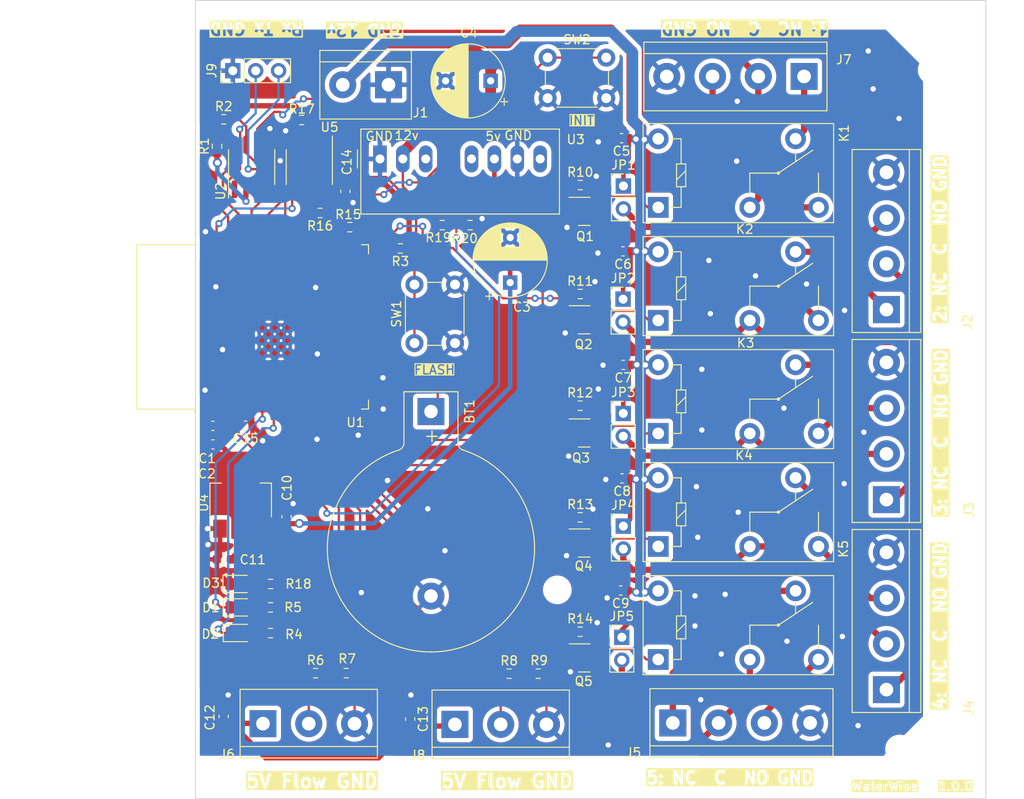
<source format=kicad_pcb>
(kicad_pcb (version 20221018) (generator pcbnew)
  (layers (0 "F.Cu" signal) (31 "B.Cu" signal) (34 "B.Paste" user) (35 "F.Paste" user) (36 "B.SilkS" user "B.Silkscreen") (37 "F.SilkS" user "F.Silkscreen") (38 "B.Mask" user) (39 "F.Mask" user) (44 "Edge.Cuts" user))
  (net 0 "")
  (net 1 "Net-(BT1-+)")
  (net 2 "GND")
  (net 3 "+3.3V")
  (net 4 "+5V")
  (net 5 "+12V")
  (net 6 "/LED1")
  (net 7 "Net-(D1-A)")
  (net 8 "/LED2")
  (net 9 "Net-(D2-A)")
  (net 10 "Net-(J2-Pin_1)")
  (net 11 "Net-(J2-Pin_2)")
  (net 12 "Net-(J2-Pin_3)")
  (net 13 "Net-(J3-Pin_1)")
  (net 14 "Net-(J3-Pin_2)")
  (net 15 "Net-(J3-Pin_3)")
  (net 16 "Net-(J4-Pin_1)")
  (net 17 "Net-(J4-Pin_2)")
  (net 18 "Net-(J4-Pin_3)")
  (net 19 "Net-(J5-Pin_1)")
  (net 20 "Net-(J5-Pin_2)")
  (net 21 "Net-(J5-Pin_3)")
  (net 22 "Net-(J6-Pin_2)")
  (net 23 "Net-(J7-Pin_1)")
  (net 24 "Net-(J7-Pin_2)")
  (net 25 "Net-(J7-Pin_3)")
  (net 26 "Net-(J8-Pin_2)")
  (net 27 "/RXD")
  (net 28 "/TXD")
  (net 29 "Net-(Q1-D)")
  (net 30 "Net-(Q2-D)")
  (net 31 "Net-(Q3-D)")
  (net 32 "Net-(Q4-D)")
  (net 33 "Net-(Q5-D)")
  (net 34 "/RELAY1")
  (net 35 "/RELAY2")
  (net 36 "/RELAY3")
  (net 37 "/RELAY4")
  (net 38 "/RELAY5")
  (net 39 "/SCL")
  (net 40 "/SDA")
  (net 41 "/BOOT0")
  (net 42 "/BATT_MONITOR")
  (net 53 "Net-(U5-~{HOLD}{slash}IO3)")
  (net 55 "Net-(U5-~{WP}{slash}IO2)")
  (net 62 "/SPI_CS")
  (net 63 "/SPI_SCK")
  (net 64 "/SPI_MISO")
  (net 65 "/SPI_MOSI")
  (net 66 "Net-(D3-A)")
  (net 67 "/FLOW1")
  (net 68 "/FLOW2")
  (net 69 "/BUTTON")
  (footprint "Resistor_SMD:R_0603_1608Metric" (layer "F.Cu") (at 147.75 47.75 180)
    (fp_text reference "R20")
    (fp_text value "3k9")
  )
  (footprint "Relay_THT:Relay_SPDT_Omron-G5Q-1" (layer "F.Cu") (at 168.625 58.33)
    (fp_text reference "K2")
    (fp_text value "G5Q-1-DC12")
  )
  (footprint "Connector_PinHeader_2.54mm:PinHeader_1x02_P2.54mm_Vertical" (layer "F.Cu") (at 164.72 55.975)
    (fp_text reference "JP2")
    (fp_text value "12V connect")
  )
  (footprint "Resistor_SMD:R_0603_1608Metric" (layer "F.Cu") (at 119.66 38.99 90)
    (fp_text reference "R1")
    (fp_text value "10k")
  )
  (footprint "LED_SMD:LED_0805_2012Metric" (layer "F.Cu") (at 122 87.6)
    (fp_text reference "D3")
    (fp_text value "LED")
  )
  (footprint "Capacitor_THT:CP_Radial_D8.0mm_P5.00mm" (layer "F.Cu") (at 150.022651 31.73 180)
    (fp_text reference "C4")
    (fp_text value "100uF 24V")
  )
  (footprint "Resistor_SMD:R_0603_1608Metric" (layer "F.Cu") (at 152.075 97.56)
    (fp_text reference "R8")
    (fp_text value "4k7")
  )
  (footprint "TerminalBlock:TerminalBlock_bornier-4_P5.08mm" (layer "F.Cu") (at 184.81 31.24 180)
    (fp_text reference "J7")
    (fp_text value "Screw_Terminal_01x04")
  )
  (footprint "Capacitor_SMD:C_0603_1608Metric" (layer "F.Cu") (at 164.55 38.1 180)
    (fp_text reference "C5")
    (fp_text value "10uF")
  )
  (footprint "Relay_THT:Relay_SPDT_Omron-G5Q-1" (layer "F.Cu") (at 168.625 70.88)
    (fp_text reference "K3")
    (fp_text value "G5Q-1-DC12")
  )
  (footprint "Resistor_SMD:R_0603_1608Metric" (layer "F.Cu") (at 125.6 90.2 180)
    (fp_text reference "R5")
    (fp_text value "1k")
  )
  (footprint "TerminalBlock:TerminalBlock_bornier-3_P5.08mm" (layer "F.Cu") (at 124.76 103.11)
    (fp_text reference "J6")
    (fp_text value "FLOW SENSOR")
  )
  (footprint "Relay_THT:Relay_SPDT_Omron-G5Q-1" (layer "F.Cu") (at 168.625 83.43)
    (fp_text reference "K4")
    (fp_text value "G5Q-1-DC12")
  )
  (footprint "TerminalBlock:TerminalBlock_bornier-4_P5.08mm" (layer "F.Cu") (at 193.95 78.23 90)
    (fp_text reference "J3")
    (fp_text value "Screw_Terminal_01x04")
  )
  (footprint "Capacitor_SMD:C_0603_1608Metric" (layer "F.Cu") (at 119.2 72.1)
    (fp_text reference "C2")
    (fp_text value "0.1uF")
  )
  (footprint "Capacitor_SMD:C_0603_1608Metric" (layer "F.Cu") (at 141.1 102.6 -90)
    (fp_text reference "C13")
    (fp_text value "10uF")
  )
  (footprint "Resistor_SMD:R_0603_1608Metric" (layer "F.Cu") (at 159.965 92.9)
    (fp_text reference "R14")
    (fp_text value "10k")
  )
  (footprint "Package_SO:SOIC-8_3.9x4.9mm_P1.27mm" (layer "F.Cu") (at 123.5 41.3 90)
    (fp_text reference "U2")
    (fp_text value "DS3231MZ")
  )
  (footprint "RF_Module:ESP32-WROOM-32D" (layer "F.Cu") (at 126.59 59.05 90)
    (fp_text reference "U1")
    (fp_text value "ESP32-WROOM-32D")
  )
  (footprint "Capacitor_SMD:C_0603_1608Metric" (layer "F.Cu") (at 164.71 50.66 180)
    (fp_text reference "C6")
    (fp_text value "10uF")
  )
  (footprint "Capacitor_SMD:C_0603_1608Metric" (layer "F.Cu") (at 119.2 70.04)
    (fp_text reference "C1")
    (fp_text value "10uF")
  )
  (footprint "Resistor_SMD:R_0603_1608Metric" (layer "F.Cu") (at 131.1 46.4 180)
    (fp_text reference "R16")
    (fp_text value "470")
  )
  (footprint "Capacitor_SMD:C_0603_1608Metric" (layer "F.Cu") (at 120.41 84.87 180)
    (fp_text reference "C11")
    (fp_text value "10uF")
  )
  (footprint "LED_SMD:LED_0805_2012Metric" (layer "F.Cu") (at 122.03 90.2)
    (fp_text reference "D1")
    (fp_text value "LED")
  )
  (footprint "Capacitor_SMD:C_0603_1608Metric" (layer "F.Cu") (at 164.46 88.32 180)
    (fp_text reference "C9")
    (fp_text value "10uF")
  )
  (footprint "Resistor_SMD:R_0603_1608Metric" (layer "F.Cu") (at 134 97.5 180)
    (fp_text reference "R7")
    (fp_text value "9k1")
  )
  (footprint "TerminalBlock:TerminalBlock_bornier-4_P5.08mm" (layer "F.Cu") (at 193.95 57.13 90)
    (fp_text reference "J2")
    (fp_text value "Screw_Terminal_01x04")
  )
  (footprint "Converter_DCDC:Converter_DCDC_TRACO_TMR-xxxx_THT" (layer "F.Cu") (at 137.74 40.4)
    (fp_text reference "U3")
    (fp_text value "TMR-1211")
  )
  (footprint "Button_Switch_THT:SW_PUSH_6mm_H4.3mm" (layer "F.Cu") (at 141.57 60.85 90)
    (fp_text reference "SW1")
    (fp_text value "Boot Switch")
  )
  (footprint "TerminalBlock:TerminalBlock_bornier-3_P5.08mm" (layer "F.Cu") (at 146.06 103.19)
    (fp_text reference "J8")
    (fp_text value "FLOW SENSOR")
  )
  (footprint "Package_TO_SOT_SMD:SOT-223-3_TabPin2" (layer "F.Cu") (at 122.29 78.3 90)
    (fp_text reference "U4")
    (fp_text value "LM1117MP-3.3")
  )
  (footprint "Relay_THT:Relay_SPDT_Omron-G5Q-1" (layer "F.Cu") (at 168.625 95.98)
    (fp_text reference "K5")
    (fp_text value "G5Q-1-DC12")
  )
  (footprint "Resistor_SMD:R_0603_1608Metric" (layer "F.Cu") (at 125.6 87.6 180)
    (fp_text reference "R18")
    (fp_text value "1k")
  )
  (footprint "Resistor_SMD:R_0603_1608Metric" (layer "F.Cu") (at 140.01 50.34 180)
    (fp_text reference "R3")
    (fp_text value "10k")
  )
  (footprint "Package_TO_SOT_SMD:SOT-23" (layer "F.Cu") (at 160.405 58.26)
    (fp_text reference "Q2")
    (fp_text value "IRLML6344TRPbF")
  )
  (footprint "Package_TO_SOT_SMD:SOT-23" (layer "F.Cu") (at 160.405 83.05)
    (fp_text reference "Q4")
    (fp_text value "IRLML6344TRPbF")
  )
  (footprint "Package_TO_SOT_SMD:SOT-23" (layer "F.Cu") (at 160.405 70.83)
    (fp_text reference "Q3")
    (fp_text value "IRLML6344TRPbF")
  )
  (footprint "Button_Switch_THT:SW_PUSH_6mm_H4.3mm" (layer "F.Cu") (at 156.35 29.15)
    (fp_text reference "SW2")
    (fp_text value "Button")
  )
  (footprint "Connector_PinHeader_2.54mm:PinHeader_1x02_P2.54mm_Vertical" (layer "F.Cu") (at 164.74 68.655)
    (fp_text reference "JP3")
    (fp_text value "12V connect")
  )
  (footprint "Capacitor_SMD:C_0603_1608Metric" (layer "F.Cu") (at 133.9 44 -90)
    (fp_text reference "C14")
    (fp_text value "0.1uF")
  )
  (footprint "MountingHole:MountingHole_2.7mm_M2.5" (layer "F.Cu") (at 199.025 30.525)
    (fp_text reference "REF**" hide)
    (fp_text value "MountingHole_2.7mm_M2.5")
  )
  (footprint "Capacitor_THT:CP_Radial_D8.0mm_P5.00mm" (layer "F.Cu") (at 152.19 54.132651 90)
    (fp_text reference "C3")
    (fp_text value "100uF")
  )
  (footprint "Capacitor_SMD:C_0603_1608Metric" (layer "F.Cu") (at 122.825 70.025 180)
    (fp_text reference "C15")
    (fp_text value "0.1uF")
  )
  (footprint "TerminalBlock:TerminalBlock_bornier-2_P5.08mm" (layer "F.Cu") (at 138.69 32.16 180)
    (fp_text reference "J1")
    (fp_text value "POWER IN 9-18V")
  )
  (footprint "MountingHole:MountingHole_2.7mm_M2.5" (layer "F.Cu") (at 157.425 88.25)
    (fp_text reference "REF**" hide)
    (fp_text value "MountingHole_2.7mm_M2.5")
  )
  (footprint "Package_SO:SOIC-8_3.9x4.9mm_P1.27mm" (layer "F.Cu") (at 129.9 41.3 -90)
    (fp_text reference "U5")
    (fp_text value "AT25SF081-SSHF-X")
  )
  (footprint "Capacitor_SMD:C_0603_1608Metric" (layer "F.Cu") (at 127.37 80.13 90)
    (fp_text reference "C10")
    (fp_text value "10uF")
  )
  (footprint "Resistor_SMD:R_0603_1608Metric" (layer "F.Cu") (at 125.6 93.055 180)
    (fp_text reference "R4")
    (fp_text value "1k")
  )
  (footprint "Resistor_SMD:R_0603_1608Metric" (layer "F.Cu") (at 144.65 47.75 180)
    (fp_text reference "R19")
    (fp_text value "15k")
  )
  (footprint "Resistor_SMD:R_0603_1608Metric" (layer "F.Cu") (at 120.4 36)
    (fp_text reference "R2")
    (fp_text value "10k")
  )
  (footprint "LED_SMD:LED_0805_2012Metric" (layer "F.Cu") (at 122.04 93.04)
    (fp_text reference "D2")
    (fp_text value "LED")
  )
  (footprint "Resistor_SMD:R_0603_1608Metric" (layer "F.Cu") (at 134.4 47.975 180)
    (fp_text reference "R15")
    (fp_text value "10k")
  )
  (footprint "TerminalBlock:TerminalBlock_bornier-4_P5.08mm" (layer "F.Cu") (at 170.24 103.03)
    (fp_text reference "J5")
    (fp_text value "Screw_Terminal_01x04")
  )
  (footprint "Resistor_SMD:R_0603_1608Metric" (layer "F.Cu") (at 129.05 36.075 180)
    (fp_text reference "R17")
    (fp_text value "470")
  )
  (footprint "Resistor_SMD:R_0603_1608Metric" (layer "F.Cu") (at 130.6 97.5)
    (fp_text reference "R6")
    (fp_text value "4k7")
  )
  (footprint "Connector_PinHeader_2.54mm:PinHeader_1x02_P2.54mm_Vertical" (layer "F.Cu") (at 164.75 81.175)
    (fp_text reference "JP4")
    (fp_text value "12V connect")
  )
  (footprint "Battery:BatteryHolder_Keystone_103_1x20mm" (layer "F.Cu") (at 143.400001 68.45 -90)
    (fp_text reference "BT1")
    (fp_text value "Battery_Cell")
  )
  (footprint "Capacitor_SMD:C_0603_1608Metric" (layer "F.Cu") (at 164.61 75.87 180)
    (fp_text reference "C8")
    (fp_text value "10uF")
  )
  (footprint "Package_TO_SOT_SMD:SOT-23" (layer "F.Cu") (at 160.405 95.81)
    (fp_text reference "Q5")
    (fp_text value "IRLML6344TRPbF")
  )
  (footprint "Connector_PinHeader_2.54mm:PinHeader_1x03_P2.54mm_Vertical" (layer "F.Cu") (at 121.41 30.6 90)
    (fp_text reference "J9")
    (fp_text value "UART")
  )
  (footprint "Resistor_SMD:R_0603_1608Metric" (layer "F.Cu") (at 159.965 67.8)
    (fp_text reference "R12")
    (fp_text value "10k")
  )
  (footprint "Resistor_SMD:R_0603_1608Metric" (layer "F.Cu") (at 159.965 43.3)
    (fp_text reference "R10")
    (fp_text value "10k")
  )
  (footprint "Resistor_SMD:R_0603_1608Metric" (layer "F.Cu") (at 159.965 55.4)
    (fp_text reference "R11")
    (fp_text value "10k")
  )
  (footprint "Resistor_SMD:R_0603_1608Metric" (layer "F.Cu") (at 159.965 80.2)
    (fp_text reference "R13")
    (fp_text value "10k")
  )
  (footprint "Capacitor_SMD:C_0603_1608Metric" (layer "F.Cu") (at 164.74 63.27 180)
    (fp_text reference "C7")
    (fp_text value "10uF")
  )
  (footprint "Connector_PinHeader_2.54mm:PinHeader_1x02_P2.54mm_Vertical" (layer "F.Cu") (at 164.58 93.515)
    (fp_text reference "JP5")
    (fp_text value "12V connect")
  )
  (footprint "Package_TO_SOT_SMD:SOT-23" (layer "F.Cu") (at 160.405 46.22)
    (fp_text reference "Q1")
    (fp_text value "IRLML6344TRPbF")
  )
  (footprint "TerminalBlock:TerminalBlock_bornier-4_P5.08mm" (layer "F.Cu") (at 193.95 99.33 90)
    (fp_text reference "J4")
    (fp_text value "Screw_Terminal_01x04")
  )
  (footprint "Resistor_SMD:R_0603_1608Metric" (layer "F.Cu") (at 155.3 97.56 180)
    (fp_text reference "R9")
    (fp_text value "9k1")
  )
  (footprint "MountingHole:MountingHole_2.7mm_M2.5" (layer "F.Cu") (at 195.4 105.925)
    (fp_text reference "REF**" hide)
    (fp_text value "MountingHole_2.7mm_M2.5")
  )
  (footprint "Capacitor_SMD:C_0603_1608Metric" (layer "F.Cu") (at 120.4 102.3 -90)
    (fp_text reference "C12")
    (fp_text value "10uF")
  )
  (footprint "Relay_THT:Relay_SPDT_Omron-G5Q-1" (layer "F.Cu") (at 168.625 45.78)
    (fp_text reference "K1")
    (fp_text value "G5Q-1-DC12")
  )
  (footprint "Connector_PinHeader_2.54mm:PinHeader_1x02_P2.54mm_Vertical" (layer "F.Cu") (at 164.76 43.4)
    (fp_text reference "JP1")
    (fp_text value "12V connect")
  )
  (gr_rect (start 117.27 22.8) (end 204.975 111.45) (stroke (width 0.1)) (fill none) (layer "Edge.Cuts"))
  (gr_text "GND\n" (at 151.45 38.375) (layer "F.SilkS") (effects (font (size 1 1)) (justify left bottom)))
  (gr_text "Rx Tx GND\n" (at 129.4 25.15 180) (layer "F.SilkS" knockout) (effects (font (size 1.3 1.3) (thickness 0.3) bold) (justify left bottom)))
  (gr_text "FLASH" (at 141.425 64.4) (layer "F.SilkS" knockout) (effects (font (size 1 1)) (justify left bottom)))
  (gr_text "5V Flow GND" (at 122.725 110.375) (layer "F.SilkS" knockout) (effects (font (size 1.5 1.5) (thickness 0.3) bold) (justify left bottom)))
  (gr_text "INIT" (at 158.625 36.725) (layer "F.SilkS" knockout) (effects (font (size 1 1)) (justify left bottom)))
  (gr_text "1.0.0" (at 199.6 110.66) (layer "F.SilkS" knockout) (effects (font (size 1 1)) (justify left bottom)))
  (gr_text "5: NC  C  NO GND" (at 167.15 109.94) (layer "F.SilkS" knockout) (effects (font (size 1.4 1.3) (thickness 0.3) bold) (justify left bottom)))
  (gr_text "GND 12v" (at 140.475 25.275 180) (layer "F.SilkS" knockout) (effects (font (size 1.3 1.3) (thickness 0.3) bold) (justify left bottom)))
  (gr_text "1: NC  C  NO GND" (at 187.63 25.03 180) (layer "F.SilkS" knockout) (effects (font (size 1.4 1.3) (thickness 0.3) bold) (justify left bottom)))
  (gr_text "3: NC  C  NO GND" (at 200.84 80.2 90) (layer "F.SilkS" knockout) (effects (font (size 1.4 1.3) (thickness 0.3) bold) (justify left bottom)))
  (gr_text "GND" (at 136.05 38.475) (layer "F.SilkS") (effects (font (size 1 1)) (justify left bottom)))
  (gr_text "12v" (at 139.275 38.375) (layer "F.SilkS") (effects (font (size 1 1)) (justify left bottom)))
  (gr_text "4: NC  C  NO GND" (at 200.73 101.69 90) (layer "F.SilkS" knockout) (effects (font (size 1.4 1.3) (thickness 0.3) bold) (justify left bottom)))
  (gr_text "2: NC  C  NO GND" (at 200.73 58.7 90) (layer "F.SilkS" knockout) (effects (font (size 1.4 1.3) (thickness 0.3) bold) (justify left bottom)))
  (gr_text "5v" (at 149.35 38.475) (layer "F.SilkS") (effects (font (size 1 1)) (justify left bottom)))
  (gr_text "WaterWise" (at 190.02 110.66) (layer "F.SilkS" knockout) (effects (font (size 1 1)) (justify left bottom)))
  (gr_text "5V Flow GND" (at 144.35 110.375) (layer "F.SilkS" knockout) (effects (font (size 1.5 1.5) (thickness 0.3) bold) (justify left bottom)))
  (segment (start 134.975 41.6) (end 135.7 42.325) (width 0.25) (layer "F.Cu") (net 1))
  (segment (start 126.65 35.175) (end 126.95 35.475) (width 0.25) (layer "F.Cu") (net 1))
  (segment (start 135.7 42.4) (end 138.408884 42.4) (width 0.25) (layer "F.Cu") (net 1))
  (segment (start 144.15 67.700001) (end 143.400001 68.45) (width 0.25) (layer "F.Cu") (net 1))
  (segment (start 144.15 51.941117) (end 144.15 67.700001) (width 0.25) (layer "F.Cu") (net 1))
  (segment (start 130.8 33.725) (end 134.975 37.9) (width 0.25) (layer "F.Cu") (net 1))
  (segment (start 126 35.175) (end 126.65 35.175) (width 0.25) (layer "F.Cu") (net 1))
  (segment (start 138.408884 42.4) (end 141.75 45.741116) (width 0.25) (layer "F.Cu") (net 1))
  (segment (start 141.75 45.741116) (end 141.75 49.541117) (width 0.25) (layer "F.Cu") (net 1))
  (segment (start 135.7 42.325) (end 135.7 42.4) (width 0.25) (layer "F.Cu") (net 1))
  (segment (start 126.95 35.475) (end 126.95 35.5) (width 0.25) (layer "F.Cu") (net 1))
  (segment (start 141.75 49.541117) (end 144.15 51.941117) (width 0.25) (layer "F.Cu") (net 1))
  (segment (start 129.25 33.725) (end 130.8 33.725) (width 0.25) (layer "F.Cu") (net 1))
  (segment (start 124.135 37.04) (end 126 35.175) (width 0.25) (layer "F.Cu") (net 1))
  (segment (start 124.135 38.825) (end 124.135 37.04) (width 0.25) (layer "F.Cu") (net 1))
  (segment (start 134.975 37.9) (end 134.975 41.6) (width 0.25) (layer "F.Cu") (net 1))
  (via (at 126.95 35.5) (size 0.8) (drill 0.4) (layers "F.Cu" "B.Cu") (net 1))
  (via (at 129.25 33.725) (size 0.8) (drill 0.4) (layers "F.Cu" "B.Cu") (net 1))
  (segment (start 128.875 34.025) (end 129.175 33.725) (width 0.25) (layer "B.Cu") (net 1))
  (segment (start 128.425 34.025) (end 128.875 34.025) (width 0.25) (layer "B.Cu") (net 1))
  (segment (start 126.95 35.5) (end 128.425 34.025) (width 0.25) (layer "B.Cu") (net 1))
  (segment (start 129.175 33.725) (end 129.25 33.725) (width 0.25) (layer "B.Cu") (net 1))
  (segment (start 125.405 37.078148) (end 125.471852 37.078148) (width 0.6) (layer "F.Cu") (net 2))
  (segment (start 163.775 38.1) (end 162.375 38.1) (width 0.5) (layer "F.Cu") (net 2))
  (segment (start 162.95 89.055) (end 162.95 89.15) (width 0.5) (layer "F.Cu") (net 2))
  (segment (start 162.375 38.1) (end 161.975 38.5) (width 0.5) (layer "F.Cu") (net 2))
  (segment (start 156.22 97.655) (end 156.22 103.19) (width 0.25) (layer "F.Cu") (net 2))
  (segment (start 163.685 88.32) (end 162.95 89.055) (width 0.5) (layer "F.Cu") (net 2))
  (segment (start 163.935 50.66) (end 162.115 50.66) (width 0.5) (layer "F.Cu") (net 2))
  (segment (start 123.35 69.375) (end 123.42 69.305) (width 0.5) (layer "F.Cu") (net 2))
  (segment (start 160.79 67.135) (end 161.975 65.95) (width 0.5) (layer "F.Cu") (net 2))
  (segment (start 118.34 67.8) (end 118.34 66.09) (width 0.5) (layer "F.Cu") (net 2))
  (segment (start 159.4675 71.78) (end 159.4675 72.6075) (width 0.5) (layer "F.Cu") (net 2))
  (segment (start 163.965 63.27) (end 162.53 63.27) (width 0.5) (layer "F.Cu") (net 2))
  (segment (start 160.79 54.835) (end 161.6 54.025) (width 0.5) (layer "F.Cu") (net 2))
  (segment (start 123.42 69.305) (end 123.42 67.8) (width 0.5) (layer "F.Cu") (net 2))
  (segment (start 127.37 79.355) (end 128.05 78.675) (width 0.5) (layer "F.Cu") (net 2))
  (segment (start 159.4675 72.6075) (end 158.675 73.4) (width 0.5) (layer "F.Cu") (net 2))
  (segment (start 160.79 55.4) (end 160.79 54.835) (width 0.5) (layer "F.Cu") (net 2))
  (segment (start 160.79 43.285) (end 161.75 42.325) (width 0.5) (layer "F.Cu") (net 2))
  (segment (start 160.79 67.8) (end 160.79 67.135) (width 0.5) (layer "F.Cu") (net 2))
  (segment (start 163.835 75.87) (end 162.93 75.87) (width 0.5) (layer "F.Cu") (net 2))
  (segment (start 141.1 101.825) (end 141.1 100) (width 1.2) (layer "F.Cu") (net 2))
  (segment (start 120.4 101.525) (end 120.4 100.425) (width 1.2) (layer "F.Cu") (net 2))
  (segment (start 119.99 81.45) (end 119.99 83.2) (width 0.5) (layer "F.Cu") (net 2))
  (segment (start 162.115 50.66) (end 161.925 50.85) (width 0.5) (layer "F.Cu") (net 2))
  (segment (start 159.4675 96.76) (end 159.465 96.76) (width 0.5) (layer "F.Cu") (net 2))
  (segment (start 118.34 50.3) (end 118.34 48.51) (width 0.5) (layer "F.Cu") (net 2))
  (segment (start 141.1 100) (end 141.175 99.925) (width 1.2) (layer "F.Cu") (net 2))
  (segment (start 125.471852 37.078148) (end 125.525 37.025) (width 0.6) (layer "F.Cu") (net 2))
  (segment (start 160.79 43.3) (end 160.79 43.285) (width 0.5) (layer "F.Cu") (net 2))
  (segment (start 119.99 83.2) (end 119.99 84.515) (width 0.5) (layer "F.Cu") (net 2))
  (segment (start 125.405 38.825) (end 125.405 37.078148) (width 0.6) (layer "F.Cu") (net 2))
  (segment (start 119.635 84.87) (end 119.635 86.1725) (width 0.5) (layer "F.Cu") (net 2))
  (segment (start 119.99 81.45) (end 118.6 81.45) (width 0.5) (layer "F.Cu") (net 2))
  (segment (start 134.825 97.5) (end 134.92 97.595) (width 0.25) (layer "F.Cu") (net 2))
  (segment (start 118.34 48.51) (end 118.375 48.475) (width 0.5) (layer "F.Cu") (net 2))
  (segment (start 158.9 84) (end 158.45 84.45) (width 0.5) (layer "F.Cu") (net 2))
  (segment (start 124.725 71.15) (end 124.725 71.7) (width 0.5) (layer "F.Cu") (net 2))
  (segment (start 158.815 59.21) (end 158.3 59.725) (width 0.5) (layer "F.Cu") (net 2))
  (segment (start 160.79 92.9) (end 160.85 92.9) (width 0.5) (layer "F.Cu") (net 2))
  (segment (start 119.635 86.1725) (end 121.0625 87.6) (width 0.5) (layer "F.Cu") (net 2))
  (segment (start 123.6 70.025) (end 123.35 69.775) (width 0.5) (layer "F.Cu") (net 2))
  (segment (start 138.015 64.76) (end 138.075 64.7) (width 0.5) (layer "F.Cu") (net 2))
  (segment (start 133.9 44.775) (end 134.375 45.25) (width 0.5) (layer "F.Cu") (net 2))
  (segment (start 124.7 71.125) (end 124.75 71.125) (width 0.5) (layer "F.Cu") (net 2))
  (segment (start 159.4675 47.17) (end 159.33 47.17) (width 0.5) (layer "F.Cu") (net 2))
  (segment (start 160.79 80.2) (end 160.79 79.86) (width 0.5) (layer "F.Cu") (net 2))
  (segment (start 124.75 71.125) (end 124.725 71.15) (width 0.5) (layer "F.Cu") (net 2))
  (segment (start 160.79 79.86) (end 161.375 79.275) (width 0.5) (layer "F.Cu") (net 2))
  (segment (start 119.99 84.515) (end 119.635 84.87) (width 0.5) (layer "F.Cu") (net 2))
  (segment (start 134.92 97.595) (end 134.92 103.11) (width 0.25) (layer "F.Cu") (net 2))
  (segment (start 120.4 100.425) (end 120.9 99.925) (width 1.2) (layer "F.Cu") (net 2))
  (segment (start 127.995 38.825) (end 127.995 37.995) (width 0.5) (layer "F.Cu") (net 2))
  (segment (start 123.35 69.775) (end 123.35 69.375) (width 0.5) (layer "F.Cu") (net 2))
  (segment (start 156.125 97.56) (end 156.22 97.655) (width 0.25) (layer "F.Cu") (net 2))
  (segment (start 118.34 66.09) (end 118.325 66.075) (width 0.5) (layer "F.Cu") (net 2))
  (segment (start 136.1 64.76) (end 138.015 64.76) (width 0.5) (layer "F.Cu") (net 2))
  (segment (start 118.675 83.2) (end 118.65 83.225) (width 0.5) (layer "F.Cu") (net 2))
  (segment (start 159.33 47.17) (end 158.5 48) (width 0.5) (layer "F.Cu") (net 2))
  (segment (start 148.575 47.75) (end 148.575 47.525) (width 0.25) (layer "F.Cu") (net 2))
  (segment (start 118.34 67.8) (end 118.34 72.015) (width 0.5) (layer "F.Cu") (net 2))
  (segment (start 134.375 45.25) (end 134.75 45.25) (width 0.5) (layer "F.Cu") (net 2))
  (segment (start 128.05 78.675) (end 128.1 78.675) (width 0.5) (layer "F.Cu") (net 2))
  (segment (start 162.93 75.87) (end 162.8 76) (width 0.5) (layer "F.Cu") (net 2))
  (segment (start 162.53 63.27) (end 162.5 63.3) (width 0.5) (layer "F.Cu") (net 2))
  (segment (start 159.4675 84) (end 158.9 84) (width 0.5) (layer "F.Cu") (net 2))
  (segment (start 118.34 72.015) (end 118.425 72.1) (width 0.5) (layer "F.Cu") (net 2))
  (segment (start 159.4675 59.21) (end 158.815 59.21) (width 0.5) (layer "F.Cu") (net 2))
  (segment (start 160.85 92.9) (end 161.85 91.9) (width 0.5) (layer "F.Cu") (net 2))
  (segment (start 123.6 70.025) (end 124.7 71.125) (width 0.5) (layer "F.Cu") (net 2))
  (segment (start 148.575 47.525) (end 149.075 47.025) (width 0.25) (layer "F.Cu") (net 2))
  (segment (start 119.99 83.2) (end 118.675 83.2) (width 0.5) (layer "F.Cu") (net 2))
  (segment (start 127.995 37.995) (end 127.275 37.275) (width 0.5) (layer "F.Cu") (net 2))
  (segment (start 159.465 96.76) (end 158.875 97.35) (width 0.5) (layer "F.Cu") (net 2))
  (via (at 130.6 54.675) (size 1) (drill 0.6) (layers "F.Cu" "B.Cu") (net 2))
  (via (at 173.46 63.76) (size 1) (drill 0.6) (layers "F.Cu" "B.Cu") (net 2))
  (via (at 172.7 88.91) (size 1) (drill 0.6) (layers "F.Cu" "B.Cu") (net 2))
  (via (at 158.45 84.45) (size 1) (drill 0.6) (layers "F.Cu" "B.Cu") (net 2))
  (via (at 163.075 105.475) (size 1) (drill 0.6) (layers "F.Cu" "B.Cu") (net 2))
  (via (at 177.5 79.63) (size 1) (drill 0.6) (layers "F.Cu" "B.Cu") (net 2))
  (via (at 177.39 33.99) (size 1) (drill 0.6) (layers "F.Cu" "B.Cu") (net 2))
  (via (at 158.875 97.35) (size 1) (drill 0.6) (layers "F.Cu" "B.Cu") (net 2))
  (via (at 182.57 68.07) (size 1) (drill 0.6) (layers "F.Cu" "B.Cu") (net 2))
  (via (at 158.675 73.4) (size 1) (drill 0.6) (layers "F.Cu" "B.Cu") (net 2))
  (via (at 130.8 62.05) (size 1) (drill 0.6) (layers "F.Cu" "B.Cu") (net 2))
  (via (at 189.06 93.43) (size 1) (drill 0.6) (layers "F.Cu" "B.Cu") (net 2))
  (via (at 161.975 38.5) (size 1) (drill 0.6) (layers "F.Cu" "B.Cu") (net 2))
  (via (at 173.46 70.5) (size 1) (drill 0.6) (layers "F.Cu" "B.Cu") (net 2))
  (via (at 177.33 40.64) (size 1) (drill 0.6) (layers "F.Cu" "B.Cu") (net 2))
  (via (at 161.6 54.025) (size 1) (drill 0.6) (layers "F.Cu" "B.Cu") (net 2))
  (via (at 138.075 64.7) (size 1) (drill 0.6) (layers "F.Cu" "B.Cu") (net 2))
  (via (at 173.34 100.45) (size 1) (drill 0.6) (layers "F.Cu" "B.Cu") (net 2))
  (via (at 125.525 37.025) (size 1) (drill 0.6) (layers "F.Cu" "B.Cu") (net 2))
  (via (at 191.93 28.41) (size 1) (drill 0.6) (layers "F.Cu" "B.Cu") (net 2))
  (via (at 191.44 70.74) (size 1) (drill 0.6) (layers "F.Cu" "B.Cu") (net 2))
  (via (at 174.24 51.67) (size 1) (drill 0.6) (layers "F.Cu" "B.Cu") (net 2))
  (via (at 124.725 71.7) (size 1) (drill 0.6) (layers "F.Cu" "B.Cu") (net 2))
  (via (at 127.275 37.275) (size 1) (drill 0.6) (layers "F.Cu" "B.Cu") (net 2))
  (via (at 138.1 68.175) (size 1) (drill 0.6) (layers "F.Cu" "B.Cu") (net 2))
  (via (at 182.91 93.95) (size 1) (drill 0.6) (layers "F.Cu" "B.Cu") (net 2))
  (via (at 158.3 59.725) (size 1) (drill 0.6) (layers "F.Cu" "B.Cu") (net 2))
  (via (at 135.675 88.55) (size 1) (drill 0.6) (layers "F.Cu" "B.Cu") (net 2))
  (via (at 172.86 76.79) (size 1) (drill 0.6) (layers "F.Cu" "B.Cu") (net 2))
  (via (at 179.42 53.38) (size 1) (drill 0.6) (layers "F.Cu" "B.Cu") (net 2))
  (via (at 126.675 40.6) (size 1) (drill 0.6) (layers "F.Cu" "B.Cu") (net 2))
  (via (at 173.01 82.41) (size 1) (drill 0.6) (layers "F.Cu" "B.Cu") (net 2))
  (via (at 195.35 35.91) (size 1) (drill 0.6) (layers "F.Cu" "B.Cu") (net 2))
  (via (at 120.9 99.925) (size 1) (drill 0.6) (layers "F.Cu" "B.Cu") (net 2))
  (via (at 162.95 89.15) (size 1) (drill 0.6) (layers "F.Cu" "B.Cu") (net 2))
  (via (at 185.08 54.29) (size 1) (drill 0.6) (layers "F.Cu" "B.Cu") (net 2))
  (via (at 175.62 95.38) (size 1) (drill 0.6) (layers "F.Cu" "B.Cu") (net 2))
  (via (at 161.925 50.85) (size 1) (drill 0.6) (layers "F.Cu" "B.Cu") (net 2))
  (via (at 172.7 92.26) (size 1) (drill 0.6) (layers "F.Cu" "B.Cu") (net 2))
  (via (at 162.8 76) (size 1) (drill 0.6) (layers "F.Cu" "B.Cu") (net 2))
  (via (at 143.05 79.25) (size 1) (drill 0.6) (layers "F.Cu" "B.Cu") (net 2))
  (via (at 118.375 48.475) (size 1) (drill 0.6) (layers "F.Cu" "B.Cu") (net 2))
  (via (at 120.275 61.575) (size 1) (drill 0.6) (layers "F.Cu" "B.Cu") (net 2))
  (via (at 161.75 42.325) (size 1) (drill 0.6) (layers "F.Cu" "B.Cu") (net 2))
  (via (at 130.75 71.525) (size 1) (drill 0.6) (layers "F.Cu" "B.Cu") (net 2))
  (via (at 192.475 32.625) (size 1) (drill 0.6) (layers "F.Cu" "B.Cu") (net 2))
  (via (at 141.175 99.925) (size 1) (drill 0.6) (layers "F.Cu" "B.Cu") (net 2))
  (via (at 144.95 83.9) (size 1) (drill 0.6) (layers "F.Cu" "B.Cu") (net 2))
  (via (at 161.375 79.275) (size 1) (drill 0.6) (layers "F.Cu" "B.Cu") (net 2))
  (via (at 158.5 48) (size 1) (drill 0.6) (layers "F.Cu" "B.Cu") (net 2))
  (via (at 189.3 57.22) (size 1) (drill 0.6) (layers "F.Cu" "B.Cu") (net 2))
  (via (at 174.41 57.58) (size 1) (drill 0.6) (layers "F.Cu" "B.Cu") (net 2))
  (via (at 118.65 83.225) (size 1) (drill 0.6) (layers "F.Cu" "B.Cu") (net 2))
  (via (at 134.75 45.25) (size 1) (drill 0.6) (layers "F.Cu" "B.Cu") (net 2))
  (via (at 138.575 76.1) (size 1) (drill 0.6) (layers "F.Cu" "B.Cu") (net 2))
  (via (at 128.1 78.675) (size 1) (drill 0.6) (layers "F.Cu" "B.Cu") (net 2))
  (via (at 119.525 54.6) (size 1) (drill 0.6) (layers "F.Cu" "B.Cu") (net 2))
  (via (at 162.5 63.3) (size 1) (drill 0.6) (layers "F.Cu" "B.Cu") (net 2))
  (via (at 190.8 103.325) (size 1) (drill 0.6) (layers "F.Cu" "B.Cu") (net 2))
  (via (at 118.325 66.075) (size 1) (drill 0.6) (layers "F.Cu" "B.Cu") (net 2))
  (via (at 149.075 47.025) (size 1) (drill 0.6) (layers "F.Cu" "B.Cu") (net 2))
  (via (at 161.85 91.9) (size 1) (drill 0.6) (layers "F.Cu" "B.Cu") (net 2))
  (via (at 161.975 65.95) (size 1) (drill 0.6) (layers "F.Cu" "B.Cu") (net 2))
  (via (at 135.325 71.075) (size 1) (drill 0.6) (layers "F.Cu" "B.Cu") (net 2))
  (via (at 176.05 88.75) (size 1) (drill 0.6) (layers "F.Cu" "B.Cu") (net 2))
  (via (at 189.26 76.46) (size 1) (drill 0.6) (layers "F.Cu" "B.Cu") (net 2))
  (via (at 118.6 81.45) (size 1) (drill 0.6) (layers "F.Cu" "B.Cu") (net 2))
  (segment (start 129.875 36.075) (end 130.075 36.075) (width 0.25) (layer "F.Cu") (net 3))
  (segment (start 130.525 36.725) (end 132.6 36.725) (width 0.6) (layer "F.Cu") (net 3))
  (segment (start 122.29 81.45) (end 122.29 83.765) (width 0.6) (layer "F.Cu") (net 3))
  (segment (start 126.425 87.6) (end 126.425 90.2) (width 0.6) (layer "F.Cu") (net 3))
  (segment (start 119.66 39.815) (end 119.66 40.785) (width 0.6) (layer "F.Cu") (net 3))
  (segment (start 135.225 47.975) (end 136.625 47.975) (width 0.5) (layer "F.Cu") (net 3))
  (segment (start 129.1125 35.3125) (end 130.525 36.725) (width 0.6) (layer "F.Cu") (net 3))
  (segment (start 119.66 39.815) (end 118.765 39.815) (width 0.6) (layer "F.Cu") (net 3))
  (segment (start 126.425 90.2) (end 126.425 93.055) (width 0.6) (layer "F.Cu") (net 3))
  (segment (start 120.26 70.04) (end 120.88 69.42) (width 0.6) (layer "F.Cu") (net 3))
  (segment (start 133.9 43.225) (end 132.7 43.225) (width 0.6) (layer "F.Cu") (net 3))
  (segment (start 119.975 70.04) (end 120.26 70.04) (width 0.6) (layer "F.Cu") (net 3))
  (segment (start 139.8625 44.7375) (end 140.975 45.85) (width 0.6) (layer "F.Cu") (net 3))
  (segment (start 118.175 39.225) (end 118.175 37.4) (width 0.6) (layer "F.Cu") (net 3))
  (segment (start 122.29 75.15) (end 122.29 74.415) (width 0.6) (layer "F.Cu") (net 3))
  (segment (start 120.88 66.45) (end 121.18 66.15) (width 0.6) (layer "F.Cu") (net 3))
  (segment (start 118.175 37.4) (end 119.575 36) (width 0.6) (layer "F.Cu") (net 3))
  (segment (start 119.66 40.785) (end 119.7 40.825) (width 0.6) (layer "F.Cu") (net 3))
  (segment (start 139.7 66.15) (end 143.3 62.55) (width 0.6) (layer "F.Cu") (net 3))
  (segment (start 118.765 39.815) (end 118.175 39.225) (width 0.6) (layer "F.Cu") (net 3))
  (segment (start 122.29 83.765) (end 122.29 83.89) (width 0.6) (layer "F.Cu") (net 3))
  (segment (start 140.975 50.2) (end 140.835 50.34) (width 0.6) (layer "F.Cu") (net 3))
  (segment (start 131.925 46.4) (end 131.925 43.895) (width 0.25) (layer "F.Cu") (net 3))
  (segment (start 122.29 75.15) (end 122.29 81.45) (width 0.6) (layer "F.Cu") (net 3))
  (segment (start 143.3 51.975) (end 141.665 50.34) (width 0.6) (layer "F.Cu") (net 3))
  (segment (start 122.29 83.89) (end 123.59 83.89) (width 0.6) (layer "F.Cu") (net 3))
  (segment (start 143.3 62.55) (end 143.3 51.975) (width 0.6) (layer "F.Cu") (net 3))
  (segment (start 122.29 74.415) (end 119.975 72.1) (width 0.6) (layer "F.Cu") (net 3))
  (segment (start 138.35 43.225) (end 139.8625 44.7375) (width 0.6) (layer "F.Cu") (net 3))
  (segment (start 120.88 69.42) (end 120.88 67.8) (width 0.6) (layer "F.Cu") (net 3))
  (segment (start 123.59 83.89) (end 126.425 86.725) (width 0.6) (layer "F.Cu") (net 3))
  (segment (start 140.975 45.85) (end 140.975 50.2) (width 0.6) (layer "F.Cu") (net 3))
  (segment (start 136.625 47.975) (end 139.8625 44.7375) (width 0.5) (layer "F.Cu") (net 3))
  (segment (start 121.075 34.5) (end 128.3 34.5) (width 0.6) (layer "F.Cu") (net 3))
  (segment (start 133.9 43.225) (end 138.35 43.225) (width 0.6) (layer "F.Cu") (net 3))
  (segment (start 119.975 70.04) (end 119.6 69.665) (width 0.6) (layer "F.Cu") (net 3))
  (segment (start 119.975 72.1) (end 119.975 70.04) (width 0.6) (layer "F.Cu") (net 3))
  (segment (start 141.665 50.34) (end 140.835 50.34) (width 0.6) (layer "F.Cu") (net 3))
  (segment (start 119.6 69.665) (end 119.6 69.4) (width 0.6) (layer "F.Cu") (net 3))
  (segment (start 122.865 43.775) (end 122.865 44.91) (width 0.5) (layer "F.Cu") (net 3))
  (segment (start 131.925 43.895) (end 131.805 43.775) (width 0.25) (layer "F.Cu") (net 3))
  (segment (start 132.7 43.225) (end 131.925 44) (width 0.6) (layer "F.Cu") (net 3))
  (segment (start 132.6 36.725) (end 133.9 38.025) (width 0.6) (layer "F.Cu") (net 3))
  (segment (start 122.865 44.91) (end 122.85 44.925) (width 0.5) (layer "F.Cu") (net 3))
  (segment (start 119.6 69.4) (end 119.61 69.39) (width 0.6) (layer "F.Cu") (net 3))
  (segment (start 131.925 44) (end 131.925 46.4) (width 0.6) (layer "F.Cu") (net 3))
  (segment (start 128.3 34.5) (end 129.1125 35.3125) (width 0.6) (layer "F.Cu") (net 3))
  (segment (start 122.29 83.765) (end 121.185 84.87) (width 0.6) (layer "F.Cu") (net 3))
  (segment (start 133.9 38.025) (end 133.9 43.225) (width 0.6) (layer "F.Cu") (net 3))
  (segment (start 120.88 67.8) (end 120.88 66.45) (width 0.6) (layer "F.Cu") (net 3))
  (segment (start 126.425 86.725) (end 126.425 87.6) (width 0.6) (layer "F.Cu") (net 3))
  (segment (start 129.1125 35.3125) (end 129.875 36.075) (width 0.6) (layer "F.Cu") (net 3))
  (segment (start 119.61 69.39) (end 119.61 67.8) (width 0.6) (layer "F.Cu") (net 3))
  (segment (start 119.575 36) (end 121.075 34.5) (width 0.6) (layer "F.Cu") (net 3))
  (segment (start 121.18 66.15) (end 139.7 66.15) (width 0.6) (layer "F.Cu") (net 3))
  (via (at 119.7 40.825) (size 1) (drill 0.6) (layers "F.Cu" "B.Cu") (net 3))
  (via (at 122.875 45.1) (size 0.8) (drill 0.4) (layers "F.Cu" "B.Cu") (net 3))
  (segment (start 122.875 45.1) (end 119.7 41.925) (width 0.5) (layer "B.Cu") (net 3))
  (segment (start 119.7 41.925) (end 119.7 40.825) (width 0.5) (layer "B.Cu") (net 3))
  (segment (start 150.44 43.035) (end 150.1 43.375) (width 0.5) (layer "F.Cu") (net 4))
  (segment (start 128.3 94.9) (end 126.1 97.1) (width 0.6) (layer "F.Cu") (net 4))
  (segment (start 124.59 82.39) (end 128.3 86.1) (width 0.6) (layer "F.Cu") (net 4))
  (segment (start 137.575 106.9) (end 125.05 106.9) (width 0.6) (layer "F.Cu") (net 4))
  (segment (start 152.19 52.315) (end 152.19 54.132651) (width 0.5) (layer "F.Cu") (net 4))
  (segment (start 121.2 97.1) (end 118.7 99.6) (width 0.6) (layer "F.Cu") (net 4))
  (segment (start 124.59 81.45) (end 126.825 81.45) (width 0.6) (layer "F.Cu") (net 4))
  (segment (start 128.77 80.905) (end 128.8 80.875) (width 0.6) (layer "F.Cu") (net 4))
  (segment (start 121.225 103.075) (end 120.4 103.075) (width 0.6) (layer "F.Cu") (net 4))
  (segment (start 150.1 50.225) (end 152.19 52.315) (width 0.5) (layer "F.Cu") (net 4))
  (segment (start 126.825 81.45) (end 127.37 80.905) (width 0.6) (layer "F.Cu") (net 4))
  (segment (start 127.37 80.905) (end 128.77 80.905) (width 0.6) (layer "F.Cu") (net 4))
  (segment (start 125.05 106.9) (end 121.225 103.075) (width 0.6) (layer "F.Cu") (net 4))
  (segment (start 118.7 99.6) (end 118.7 102) (width 0.6) (layer "F.Cu") (net 4))
  (segment (start 120.4 103.075) (end 124.725 103.075) (width 0.6) (layer "F.Cu") (net 4))
  (segment (start 119.775 103.075) (end 118.7 102) (width 0.6) (layer "F.Cu") (net 4))
  (segment (start 150.1 43.375) (end 150.1 50.225) (width 0.5) (layer "F.Cu") (net 4))
  (segment (start 126.1 97.1) (end 121.2 97.1) (width 0.6) (layer "F.Cu") (net 4))
  (segment (start 145.875 103.375) (end 146.06 103.19) (width 0.6) (layer "F.Cu") (net 4))
  (segment (start 141.1 103.375) (end 137.575 106.9) (width 0.6) (layer "F.Cu") (net 4))
  (segment (start 120.4 103.075) (end 119.775 103.075) (width 0.6) (layer "F.Cu") (net 4))
  (segment (start 150.44 40.4) (end 150.44 43.035) (width 0.5) (layer "F.Cu") (net 4))
  (segment (start 124.725 103.075) (end 124.76 103.11) (width 0.6) (layer "F.Cu") (net 4))
  (segment (start 141.1 103.375) (end 145.875 103.375) (width 0.6) (layer "F.Cu") (net 4))
  (segment (start 128.3 86.1) (end 128.3 94.9) (width 0.6) (layer "F.Cu") (net 4))
  (segment (start 124.59 81.45) (end 124.59 82.39) (width 0.6) (layer "F.Cu") (net 4))
  (via (at 128.8 80.875) (size 1) (drill 0.6) (layers "F.Cu" "B.Cu") (net 4))
  (segment (start 152.19 54.132651) (end 152.19 65.735) (width 0.5) (layer "B.Cu") (net 4))
  (segment (start 152.19 65.735) (end 137.05 80.875) (width 0.5) (layer "B.Cu") (net 4))
  (segment (start 137.05 80.875) (end 128.8 80.875) (width 0.5) (layer "B.Cu") (net 4))
  (segment (start 168.575 50.66) (end 168.625 50.71) (width 0.5) (layer "F.Cu") (net 5))
  (segment (start 168.565 75.87) (end 168.625 75.81) (width 0.5) (layer "F.Cu") (net 5))
  (segment (start 165.55 50.725) (end 165.485 50.66) (width 0.5) (layer "F.Cu") (net 5))
  (segment (start 165.5 75.985) (end 165.5 80.425) (width 0.5) (layer "F.Cu") (net 5))
  (segment (start 166.7 36.975) (end 166.7 38.075) (width 1.2) (layer "F.Cu") (net 5))
  (segment (start 165.485 50.66) (end 168.575 50.66) (width 0.5) (layer "F.Cu") (net 5))
  (segment (start 151.875 27.525) (end 153.325 26.075) (width 1.2) (layer "F.Cu") (net 5))
  (segment (start 166.325 88.475) (end 166.325 88.525) (width 0.25) (layer "F.Cu") (net 5))
  (segment (start 164.72 55.975) (end 164.72 54.155) (width 0.5) (layer "F.Cu") (net 5))
  (segment (start 164.76 40.94) (end 165.35 40.35) (width 0.5) (layer "F.Cu") (net 5))
  (segment (start 166.725 38.1) (end 168.565 38.1) (width 0.5) (layer "F.Cu") (net 5))
  (segment (start 163.325 26.075) (end 165.7 28.45) (width 1.2) (layer "F.Cu") (net 5))
  (segment (start 165.175 88.38) (end 165.235 88.32) (width 0.5) (layer "F.Cu") (net 5))
  (segment (start 164.58 93.515) (end 164.58 92.695) (width 0.5) (layer "F.Cu") (net 5))
  (segment (start 164.74 68.655) (end 164.74 66.035) (width 0.5) (layer "F.Cu") (net 5))
  (segment (start 165.7 35.975) (end 166.7 36.975) (width 1.2) (layer "F.Cu") (net 5))
  (segment (start 140.28 43.455) (end 140.28 40.4) (width 0.25) (layer "F.Cu") (net 5))
  (segment (start 165.55 53.325) (end 165.55 50.725) (width 0.5) (layer "F.Cu") (net 5))
  (segment (start 165.35 40.35) (end 165.35 38.125) (width 0.5) (layer "F.Cu") (net 5))
  (segment (start 143.005 36.925) (end 140.28 39.65) (width 1.2) (layer "F.Cu") (net 5))
  (segment (start 165.35 38.125) (end 165.325 38.1) (width 0.5) (layer "F.Cu") (net 5))
  (segment (start 165.35 63.435) (end 165.515 63.27) (width 0.5) (layer "F.Cu") (net 5))
  (segment (start 165.5 80.425) (end 164.75 81.175) (width 0.5) (layer "F.Cu") (net 5))
  (segment (start 168.585 88.32) (end 168.625 88.36) (width 0.5) (layer "F.Cu") (net 5))
  (segment (start 168.565 38.1) (end 168.625 38.16) (width 0.5) (layer "F.Cu") (net 5))
  (segment (start 143.825 47.75) (end 143.825 47) (width 0.25) (layer "F.Cu") (net 5))
  (segment (start 153.325 26.075) (end 163.325 26.075) (width 1.2) (layer "F.Cu") (net 5))
  (segment (start 150.022651 34.002349) (end 147.1 36.925) (width 1.2) (layer "F.Cu") (net 5))
  (segment (start 150.022651 30.377349) (end 150.022651 31.73) (width 1.2) (layer "F.Cu") (net 5))
  (segment (start 166.7 38.075) (end 166.725 38.1) (width 1.2) (layer "F.Cu") (net 5))
  (segment (start 166.325 88.525) (end 166.45 88.65) (width 0.25) (layer "F.Cu") (net 5))
  (segment (start 165.175 92.1) (end 165.175 88.38) (width 0.5) (layer "F.Cu") (net 5))
  (segment (start 147.1 36.925) (end 143.005 36.925) (width 1.2) (layer "F.Cu") (net 5))
  (segment (start 147.475 27.525) (end 151.875 27.525) (width 1.2) (layer "F.Cu") (net 5))
  (segment (start 147.475 27.525) (end 150.175 30.225) (width 1.2) (layer "F.Cu") (net 5))
  (segment (start 164.72 54.155) (end 165.55 53.325) (width 0.5) (layer "F.Cu") (net 5))
  (segment (start 150.022651 31.73) (end 150.022651 34.002349) (width 1.2) (layer "F.Cu") (net 5))
  (segment (start 165.35 65.425) (end 165.35 63.435) (width 0.5) (layer "F.Cu") (net 5))
  (segment (start 165.385 75.87) (end 168.565 75.87) (width 0.5) (layer "F.Cu") (net 5))
  (segment (start 164.76 43.4) (end 164.76 40.94) (width 0.5) (layer "F.Cu") (net 5))
  (segment (start 164.74 66.035) (end 165.35 65.425) (width 0.5) (layer "F.Cu") (net 5))
  (segment (start 133.61 32.16) (end 138.245 27.525) (width 1.2) (layer "F.Cu") (net 5))
  (segment (start 138.245 27.525) (end 147.475 27.525) (width 1.2) (layer "F.Cu") (net 5))
  (segment (start 143.825 47) (end 140.28 43.455) (width 0.25) (layer "F.Cu") (net 5))
  (segment (start 165.325 38.1) (end 166.725 38.1) (width 0.5) (layer "F.Cu") (net 5))
  (segment (start 165.7 28.45) (end 165.7 35.975) (width 1.2) (layer "F.Cu") (net 5))
  (segment (start 164.58 92.695) (end 165.175 92.1) (width 0.5) (layer "F.Cu") (net 5))
  (segment (start 140.28 39.65) (end 140.28 40.4) (width 1.2) (layer "F.Cu") (net 5))
  (segment (start 165.235 88.32) (end 168.585 88.32) (width 0.5) (layer "F.Cu") (net 5))
  (segment (start 165.385 75.87) (end 165.5 75.985) (width 0.5) (layer "F.Cu") (net 5))
  (segment (start 150.175 30.225) (end 150.022651 30.377349) (width 1.2) (layer "F.Cu") (net 5))
  (via (at 166.25 63.25) (size 1) (drill 0.6) (layers "F.Cu" "B.Cu") (net 5))
  (via (at 166.2 50.625) (size 1) (drill 0.6) (layers "F.Cu" "B.Cu") (net 5))
  (via (at 166.175 75.95) (size 1) (drill 0.6) (layers "F.Cu" "B.Cu") (net 5))
  (via (at 166.15 38.2) (size 1) (drill 0.6) (layers "F.Cu" "B.Cu") (net 5))
  (via (at 167.125 50.65) (size 1) (drill 0.6) (layers "F.Cu" "B.Cu") (net 5))
  (via (at 167.075 75.975) (size 1) (drill 0.6) (layers "F.Cu" "B.Cu") (net 5))
  (via (at 166.2 88.5) (size 1) (drill 0.6) (layers "F.Cu" "B.Cu") (net 5))
  (via (at 167.075 38.25) (size 1) (drill 0.6) (layers "F.Cu" "B.Cu") (net 5))
  (via (at 167.2 63.275) (size 1) (drill 0.6) (layers "F.Cu" "B.Cu") (net 5))
  (via (at 167.125 88.5) (size 1) (drill 0.6) (layers "F.Cu" "B.Cu") (net 5))
  (segment (start 166.3 38.25) (end 166.275 38.225) (width 1.2) (layer "B.Cu") (net 5))
  (segment (start 166.275 38.225) (end 166.65 38.6) (width 1.2) (layer "B.Cu") (net 5))
  (segment (start 133.61 32.16) (end 138.47 27.3) (width 1.2) (layer "B.Cu") (net 5))
  (segment (start 166.65 74.325) (end 166.65 76.05) (width 1.2) (layer "B.Cu") (net 5))
  (segment (start 151.825 27.3) (end 152.875 26.25) (width 1.2) (layer "B.Cu") (net 5))
  (segment (start 138.47 27.3) (end 151.825 27.3) (width 1.2) (layer "B.Cu") (net 5))
  (segment (start 152.875 26.25) (end 163.45 26.25) (width 1.2) (layer "B.Cu") (net 5))
  (segment (start 166.65 37.025) (end 166.65 40.475) (width 1.2) (layer "B.Cu") (net 5))
  (segment (start 166.65 40.475) (end 166.65 74.325) (width 1.2) (layer "B.Cu") (net 5))
  (segment (start 165.8 36.175) (end 166.65 37.025) (width 1.2) (layer "B.Cu") (net 5))
  (segment (start 163.45 26.25) (end 165.8 28.6) (width 1.2) (layer "B.Cu") (net 5))
  (segment (start 166.65 76.05) (end 166.7 76) (width 1.2) (layer "B.Cu") (net 5))
  (segment (start 166.65 88.45) (end 166.675 88.475) (width 1.2) (layer "B.Cu") (net 5))
  (segment (start 166.65 39.625) (end 166.65 40.475) (width 1.2) (layer "B.Cu") (net 5))
  (segment (start 165.8 28.6) (end 165.8 36.175) (width 1.2) (layer "B.Cu") (net 5))
  (segment (start 166.65 74.325) (end 166.65 88.45) (width 1.2) (layer "B.Cu") (net 5))
  (segment (start 166.65 38.6) (end 166.65 39.625) (width 1.2) (layer "B.Cu") (net 5))
  (segment (start 167.075 38.25) (end 166.3 38.25) (width 1.2) (layer "B.Cu") (net 5))
  (segment (start 120.1 90.2) (end 119.5 89.6) (width 0.25) (layer "F.Cu") (net 6))
  (segment (start 124.69 69.29) (end 124.7 69.3) (width 0.25) (layer "F.Cu") (net 6))
  (segment (start 121.0925 90.2) (end 120.1 90.2) (width 0.25) (layer "F.Cu") (net 6))
  (segment (start 124.69 67.8) (end 124.69 69.29) (width 0.25) (layer "F.Cu") (net 6))
  (via (at 119.5 89.6) (size 0.8) (drill 0.4) (layers "F.Cu" "B.Cu") (net 6))
  (via (at 124.7 69.3) (size 0.8) (drill 0.4) (layers "F.Cu" "B.Cu") (net 6))
  (segment (start 124.4 69.3) (end 124.7 69.3) (width 0.25) (layer "B.Cu") (net 6))
  (segment (start 119.5 89.6) (end 119.5 74.2) (width 0.25) (layer "B.Cu") (net 6))
  (segment (start 119.5 74.2) (end 124.4 69.3) (width 0.25) (layer "B.Cu") (net 6))
  (segment (start 122.9675 90.2) (end 124.775 90.2) (width 0.25) (layer "F.Cu") (net 7))
  (segment (start 125.96 70.24) (end 125.9 70.3) (width 0.25) (layer "F.Cu") (net 8))
  (segment (start 121.1025 93.04) (end 120.24 93.04) (width 0.25) (layer "F.Cu") (net 8))
  (segment (start 125.96 67.8) (end 125.96 70.24) (width 0.25) (layer "F.Cu") (net 8))
  (segment (start 120.24 93.04) (end 119.8 92.6) (width 0.25) (layer "F.Cu") (net 8))
  (via (at 119.8 92.6) (size 0.8) (drill 0.4) (layers "F.Cu" "B.Cu") (net 8))
  (via (at 125.9 70.3) (size 0.8) (drill 0.4) (layers "F.Cu" "B.Cu") (net 8))
  (segment (start 120.9 91.5) (end 120.9 74.2) (width 0.25) (layer "B.Cu") (net 8))
  (segment (start 119.8 92.6) (end 120.9 91.5) (width 0.25) (layer "B.Cu") (net 8))
  (segment (start 124.8 70.3) (end 125.9 70.3) (width 0.25) (layer "B.Cu") (net 8))
  (segment (start 120.9 74.2) (end 124.8 70.3) (width 0.25) (layer "B.Cu") (net 8))
  (segment (start 122.9775 93.04) (end 124.76 93.04) (width 0.25) (layer "F.Cu") (net 9))
  (segment (start 124.76 93.04) (end 124.775 93.055) (width 0.25) (layer "F.Cu") (net 9))
  (segment (start 183.865 50.71) (end 187.53 50.71) (width 0.7) (layer "F.Cu") (net 10))
  (segment (start 187.53 50.71) (end 193.95 57.13) (width 0.7) (layer "F.Cu") (net 10))
  (segment (start 196.6875 59.8125) (end 196.6875 54.7875) (width 0.7) (layer "F.Cu") (net 11))
  (segment (start 176.39 60.725) (end 178.785 58.33) (width 0.7) (layer "F.Cu") (net 11))
  (segment (start 195.775 60.725) (end 196.6875 59.8125) (width 0.7) (layer "F.Cu") (net 11))
  (segment (start 181.18 60.725) (end 195.775 60.725) (width 0.7) (layer "F.Cu") (net 11))
  (segment (start 178.785 58.33) (end 181.18 60.725) (width 0.7) (layer "F.Cu") (net 11))
  (segment (start 196.6875 54.7875) (end 193.95 52.05) (width 0.7) (layer "F.Cu") (net 11))
  (segment (start 166.93 60.725) (end 176.39 60.725) (width 0.7) (layer "F.Cu") (net 11))
  (segment (start 164.72 58.515) (end 166.93 60.725) (width 0.7) (layer "F.Cu") (net 11))
  (segment (start 183.125 48.325) (end 192.595 48.325) (width 0.7) (layer "F.Cu") (net 12))
  (segment (start 192.595 48.325) (end 193.95 46.97) (width 0.7) (layer "F.Cu") (net 12))
  (segment (start 181.05 52.975) (end 181.05 50.4) (width 0.7) (layer "F.Cu") (net 12))
  (segment (start 181.05 50.4) (end 183.125 48.325) (width 0.7) (layer "F.Cu") (net 12))
  (segment (start 186.405 58.33) (end 181.05 52.975) (width 0.7) (layer "F.Cu") (net 12))
  (segment (start 190.075 65.425) (end 196.05 65.425) (width 0.7) (layer "F.Cu") (net 13))
  (segment (start 194.795 78.23) (end 193.95 78.23) (width 0.7) (layer "F.Cu") (net 13))
  (segment (start 183.865 63.26) (end 187.91 63.26) (width 0.7) (layer "F.Cu") (net 13))
  (segment (start 197.375 75.65) (end 194.795 78.23) (width 0.7) (layer "F.Cu") (net 13))
  (segment (start 197.375 66.75) (end 197.375 75.65) (width 0.7) (layer "F.Cu") (net 13))
  (segment (start 187.91 63.26) (end 190.075 65.425) (width 0.7) (layer "F.Cu") (net 13))
  (segment (start 196.05 65.425) (end 197.375 66.75) (width 0.7) (layer "F.Cu") (net 13))
  (segment (start 181.055 73.15) (end 193.95 73.15) (width 0.7) (layer "F.Cu") (net 14))
  (segment (start 164.74 71.195) (end 166.895 73.35) (width 0.7) (layer "F.Cu") (net 14))
  (segment (start 178.785 70.88) (end 181.055 73.15) (width 0.7) (layer "F.Cu") (net 14))
  (segment (start 166.895 73.35) (end 176.315 73.35) (width 0.7) (layer "F.Cu") (net 14))
  (segment (start 176.315 73.35) (end 178.785 70.88) (width 0.7) (layer "F.Cu") (net 14))
  (segment (start 189.215 68.07) (end 193.95 68.07) (width 0.7) (layer "F.Cu") (net 15))
  (segment (start 186.405 70.88) (end 189.215 68.07) (width 0.7) (layer "F.Cu") (net 15))
  (segment (start 197.2 83.4) (end 195.3 81.5) (width 0.7) (layer "F.Cu") (net 16))
  (segment (start 197.2 96.5) (end 197.2 83.4) (width 0.7) (layer "F.Cu") (net 16))
  (segment (start 195.3 81.5) (end 189.555 81.5) (width 0.7) (layer "F.Cu") (net 16))
  (segment (start 193.95 99.33) (end 194.37 99.33) (width 0.7) (layer "F.Cu") (net 16))
  (segment (start 189.555 81.5) (end 183.865 75.81) (width 0.7) (layer "F.Cu") (net 16))
  (segment (start 194.37 99.33) (end 197.2 96.5) (width 0.7) (layer "F.Cu") (net 16))
  (segment (start 176.19 86.025) (end 178.785 83.43) (width 0.7) (layer "F.Cu") (net 17))
  (segment (start 178.785 83.43) (end 182.405 83.43) (width 0.7) (layer "F.Cu") (net 17))
  (segment (start 165.775 86.025) (end 176.19 86.025) (width 0.7) (layer "F.Cu") (net 17))
  (segment (start 164.75 85) (end 165.775 86.025) (width 0.7) (layer "F.Cu") (net 17))
  (segment (start 164.75 83.715) (end 164.75 85) (width 0.7) (layer "F.Cu") (net 17))
  (segment (start 186.175 86.475) (end 193.95 94.25) (width 0.7) (layer "F.Cu") (net 17))
  (segment (start 182.405 83.43) (end 185.45 86.475) (width 0.7) (layer "F.Cu") (net 17))
  (segment (start 185.45 86.475) (end 186.175 86.475) (width 0.7) (layer "F.Cu") (net 17))
  (segment (start 192.145 89.17) (end 193.95 89.17) (width 0.7) (layer "F.Cu") (net 18))
  (segment (start 186.405 83.43) (end 192.145 89.17) (width 0.7) (layer "F.Cu") (net 18))
  (segment (start 183.865 88.36) (end 179.39 88.36) (width 0.7) (layer "F.Cu") (net 19))
  (segment (start 179.39 88.36) (end 170.24 97.51) (width 0.7) (layer "F.Cu") (net 19))
  (segment (start 170.24 97.51) (end 170.24 103.03) (width 0.7) (layer "F.Cu") (net 19))
  (segment (start 178.785 95.98) (end 178.785 99.565) (width 0.7) (layer "F.Cu") (net 20))
  (segment (start 166.95 105.9) (end 164.58 103.53) (width 0.7) (layer "F.Cu") (net 20))
  (segment (start 164.58 103.53) (end 164.58 96.055) (width 0.7) (layer "F.Cu") (net 20))
  (segment (start 172.45 105.9) (end 166.95 105.9) (width 0.7) (layer "F.Cu") (net 20))
  (segment (start 178.785 99.565) (end 175.32 103.03) (width 0.7) (layer "F.Cu") (net 20))
  (segment (start 175.32 103.03) (end 172.45 105.9) (width 0.7) (layer "F.Cu") (net 20))
  (segment (start 180.4 101.985) (end 180.4 103.03) (width 0.7) (layer "F.Cu") (net 21))
  (segment (start 186.405 95.98) (end 180.4 101.985) (width 0.7) (layer "F.Cu") (net 21))
  (segment (start 129.84 103.11) (end 129.84 97.565) (width 0.25) (layer "F.Cu") (net 22))
  (segment (start 129.84 97.565) (end 129.775 97.5) (width 0.25) (layer "F.Cu") (net 22))
  (segment (start 184.81 37.215) (end 183.865 38.16) (width 0.7) (layer "F.Cu") (net 23))
  (segment (start 184.81 31.24) (end 184.81 37.215) (width 0.7) (layer "F.Cu") (net 23))
  (segment (start 183.865 32.185) (end 184.81 31.24) (width 0.5) (layer "F.Cu") (net 23))
  (segment (start 171.05 47.95) (end 172.425 46.575) (width 0.7) (layer "F.Cu") (net 24))
  (segment (start 173.15 28.425) (end 176.915 28.425) (width 0.7) (layer "F.Cu") (net 24))
  (segment (start 164.76 45.94) (end 166.77 47.95) (width 0.7) (layer "F.Cu") (net 24))
  (segment (start 166.77 47.95) (end 171.05 47.95) (width 0.7) (layer "F.Cu") (net 24))
  (segment (start 176.915 28.425) (end 179.73 31.24) (width 0.7) (layer "F.Cu") (net 24))
  (segment (start 172.425 46.575) (end 172.425 33.625) (width 0.7) (layer "F.Cu") (net 24))
  (segment (start 172.175 33.375) (end 172.175 29.4) (width 0.7) (layer "F.Cu") (net 24))
  (segment (start 172.175 29.4) (end 173.15 28.425) (width 0.7) (layer "F.Cu") (net 24))
  (segment (start 172.425 33.625) (end 172.175 33.375) (width 0.7) (layer "F.Cu") (net 24))
  (segment (start 179.73 44.835) (end 178.785 45.78) (width 0.7) (layer "F.Cu") (net 24))
  (segment (start 179.73 31.24) (end 179.73 44.835) (width 0.7) (layer "F.Cu") (net 24))
  (segment (start 180.7 48.375) (end 176.55 48.375) (width 0.7) (layer "F.Cu") (net 25))
  (segment (start 176.55 48.375) (end 174.65 46.475) (width 0.7) (layer "F.Cu") (net 25))
  (segment (start 174.65 46.475) (end 174.65 31.24) (width 0.7) (layer "F.Cu") (net 25))
  (segment (start 183.295 45.78) (end 180.7 48.375) (width 0.7) (layer "F.Cu") (net 25))
  (segment (start 186.405 45.78) (end 183.295 45.78) (width 0.7) (layer "F.Cu") (net 25))
  (segment (start 151.14 97.67) (end 151.25 97.56) (width 0.25) (layer "F.Cu") (net 26))
  (segment (start 151.14 103.19) (end 151.14 97.67) (width 0.25) (layer "F.Cu") (net 26))
  (segment (start 123.49 41.59) (end 123.25 41.35) (width 0.25) (layer "F.Cu") (net 27))
  (segment (start 124.76 42.31) (end 124.76 44.865) (width 0.25) (layer "F.Cu") (net 27))
  (segment (start 123.525 46.1) (end 123.49 46.1) (width 0.25) (layer "F.Cu") (net 27))
  (segment (start 123.975 41.525) (end 124.76 42.31) (width 0.25) (layer "F.Cu") (net 27))
  (segment (start 123.125 41.525) (end 123.975 41.525) (width 0.25) (layer "F.Cu") (net 27))
  (segment (start 123.42 50.3) (end 123.49 50.23) (width 0.25) (layer "F.Cu") (net 27))
  (segment (start 124.76 44.865) (end 124.475 45.15) (width 0.25) (layer "F.Cu") (net 27))
  (segment (start 123.49 50.23) (end 123.49 46.1) (width 0.25) (layer "F.Cu") (net 27))
  (segment (start 124.475 45.15) (end 123.525 46.1) (width 0.25) (layer "F.Cu") (net 27))
  (via (at 123.125 41.525) (size 0.8) (drill 0.4) (layers "F.Cu" "B.Cu") (net 27))
  (segment (start 123.125 41.525) (end 123.125 37.2) (width 0.25) (layer "B.Cu") (net 27))
  (segment (start 126.49 33.835) (end 126.49 30.6) (width 0.25) (layer "B.Cu") (net 27))
  (segment (start 123.125 37.2) (end 126.49 33.835) (width 0.25) (layer "B.Cu") (net 27))
  (segment (start 122.22 37.105) (end 122.22 41.525) (width 0.25) (layer "F.Cu") (net 28))
  (segment (start 122.25 37.075) (end 122.22 37.105) (width 0.25) (layer "F.Cu") (net 28))
  (segment (start 122.198249 41.525) (end 120.875 42.848249) (width 0.25) (layer "F.Cu") (net 28))
  (segment (start 122.22 41.525) (end 122.198249 41.525) (width 0.25) (layer "F.Cu") (net 28))
  (segment (start 120.875 42.848249) (end 120.875 45.33) (width 0.25) (layer "F.Cu") (net 28))
  (segment (start 122.22 46.675) (end 122.22 50.23) (width 0.25) (layer "F.Cu") (net 28))
  (segment (start 120.875 45.33) (end 122.22 46.675) (width 0.25) (layer "F.Cu") (net 28))
  (segment (start 122.22 50.23) (end 122.15 50.3) (width 0.25) (layer "F.Cu") (net 28))
  (via (at 122.175 37.1) (size 0.8) (drill 0.4) (layers "F.Cu" "B.Cu") (net 28))
  (segment (start 122.175 37.1) (end 123.95 35.325) (width 0.25) (layer "B.Cu") (net 28))
  (segment (start 123.95 35.325) (end 123.95 30.6) (width 0.25) (layer "B.Cu") (net 28))
  (segment (start 168.625 45.78) (end 167.455 45.78) (width 0.25) (layer "F.Cu") (net 29))
  (segment (start 167.455 45.78) (end 166.275 44.6) (width 0.25) (layer "F.Cu") (net 29))
  (segment (start 162.9625 44.6) (end 161.3425 46.22) (width 0.25) (layer "F.Cu") (net 29))
  (segment (start 166.275 44.6) (end 162.9625 44.6) (width 0.25) (layer "F.Cu") (net 29))
  (segment (start 167.58 58.33) (end 166.525 57.275) (width 0.25) (layer "F.Cu") (net 30))
  (segment (start 168.625 58.33) (end 167.58 58.33) (width 0.25) (layer "F.Cu") (net 30))
  (segment (start 166.525 57.275) (end 162.3275 57.275) (width 0.25) (layer "F.Cu") (net 30))
  (segment (start 162.3275 57.275) (end 161.3425 58.26) (width 0.25) (layer "F.Cu") (net 30))
  (segment (start 168.625 70.88) (end 167.105 70.88) (width 0.25) (layer "F.Cu") (net 31))
  (segment (start 162.1525 70.02) (end 161.3425 70.83) (width 0.25) (layer "F.Cu") (net 31))
  (segment (start 166.245 70.02) (end 162.1525 70.02) (width 0.25) (layer "F.Cu") (net 31))
  (segment (start 167.105 70.88) (end 166.245 70.02) (width 0.25) (layer "F.Cu") (net 31))
  (segment (start 161.8525 82.54) (end 161.3425 83.05) (width 0.25) (layer "F.Cu") (net 32))
  (segment (start 167.77 82.575) (end 166.875 82.575) (width 0.25) (layer "F.Cu") (net 32))
  (segment (start 166.84 82.54) (end 161.8525 82.54) (width 0.25) (layer "F.Cu") (net 32))
  (segment (start 168.625 83.43) (end 167.77 82.575) (width 0.25) (layer "F.Cu") (net 32))
  (segment (start 166.875 82.575) (end 166.84 82.54) (width 0.25) (layer "F.Cu") (net 32))
  (segment (start 168.625 95.98) (end 167.305 95.98) (width 0.25) (layer "F.Cu") (net 33))
  (segment (start 167.305 95.98) (end 166.15 94.825) (width 0.25) (layer "F.Cu") (net 33))
  (segment (start 166.15 94.825) (end 162.3275 94.825) (width 0.25) (layer "F.Cu") (net 33))
  (segment (start 162.3275 94.825) (end 161.3425 95.81) (width 0.25) (layer "F.Cu") (net 33))
  (segment (start 155.8 48.9375) (end 159.4675 45.27) (width 0.25) (layer "F.Cu") (net 34))
  (segment (start 155.8 65.2) (end 155.8 48.9375) (width 0.25) (layer "F.Cu") (net 34))
  (segment (start 134.85 67.8) (end 138.65 71.6) (width 0.25) (layer "F.Cu") (net 34))
  (segment (start 138.65 71.6) (end 149.4 71.6) (width 0.25) (layer "F.Cu") (net 34))
  (segment (start 159.4675 43.6275) (end 159.14 43.3) (width 0.25) (layer "F.Cu") (net 34))
  (segment (start 159.4675 45.27) (end 159.4675 43.6275) (width 0.25) (layer "F.Cu") (net 34))
  (segment (start 149.4 71.6) (end 155.8 65.2) (width 0.25) (layer "F.Cu") (net 34))
  (segment (start 158.665 55.875) (end 159.14 55.4) (width 0.25) (layer "F.Cu") (net 35))
  (segment (start 133.58 50.3) (end 133.58 49.3) (width 0.25) (layer "F.Cu") (net 35))
  (segment (start 133.58 49.3) (end 133.955 48.925) (width 0.25) (layer "F.Cu") (net 35))
  (segment (start 143.475 50.275) (end 145.8 50.275) (width 0.25) (layer "F.Cu") (net 35))
  (segment (start 156.625 55.875) (end 158.665 55.875) (width 0.25) (layer "F.Cu") (net 35))
  (segment (start 133.955 48.925) (end 138.9 48.925) (width 0.25) (layer "F.Cu") (net 35))
  (segment (start 145.8 50.275) (end 151.4 55.875) (width 0.25) (layer "F.Cu") (net 35))
  (segment (start 159.4675 55.7275) (end 159.14 55.4) (width 0.25) (layer "F.Cu") (net 35))
  (segment (start 159.4675 57.31) (end 159.4675 55.7275) (width 0.25) (layer "F.Cu") (net 35))
  (segment (start 142.475 49.275) (end 143.475 50.275) (width 0.25) (layer "F.Cu") (net 35))
  (segment (start 138.9 48.925) (end 139.975 47.85) (width 0.25) (layer "F.Cu") (net 35))
  (segment (start 151.4 55.875) (end 154.95 55.875) (width 0.25) (layer "F.Cu") (net 35))
  (segment (start 142.475 47.875) (end 142.475 49.275) (width 0.25) (layer "F.Cu") (net 35))
  (via (at 154.95 55.875) (size 0.8) (drill 0.4) (layers "F.Cu" "B.Cu") (net 35))
  (via (at 139.975 47.85) (size 0.8) (drill 0.4) (layers "F.Cu" "B.Cu") (net 35))
  (via (at 142.475 47.875) (size 0.8) (drill 0.4) (layers "F.Cu" "B.Cu") (net 35))
  (via (at 156.625 55.875) (size 0.8) (drill 0.4) (layers "F.Cu" "B.Cu") (net 35))
  (segment (start 156.65 55.85) (end 156.625 55.875) (width 0.25) (layer "B.Cu") (net 35))
  (segment (start 142.45 47.85) (end 142.475 47.875) (width 0.25) (layer "B.Cu") (net 35))
  (segment (start 154.95 55.875) (end 156.625 55.875) (width 0.25) (layer "B.Cu") (net 35))
  (segment (start 139.975 47.85) (end 142.45 47.85) (width 0.25) (layer "B.Cu") (net 35))
  (segment (start 138 74.4) (end 136.423604 74.4) (width 0.25) (layer "F.Cu") (net 36))
  (segment (start 138 74.4) (end 142.8 74.4) (width 0.25) (layer "F.Cu") (net 36))
  (segment (start 154.9475 74.4) (end 159.4675 69.88) (width 0.25) (layer "F.Cu") (net 36))
  (segment (start 159.4675 69.88) (end 159.4675 68.1275) (width 0.25) (layer "F.Cu") (net 36))
  (segment (start 159.4675 68.1275) (end 159.14 67.8) (width 0.25) (layer "F.Cu") (net 36))
  (segment (start 136.423604 74.4) (end 132.31 70.286396) (width 0.25) (layer "F.Cu") (net 36))
  (segment (start 142.8 74.4) (end 154.9475 74.4) (width 0.25) (layer "F.Cu") (net 36))
  (segment (start 132.31 70.286396) (end 132.31 67.8) (width 0.25) (layer "F.Cu") (net 36))
  (segment (start 131.854302 71.520698) (end 131.854302 71.339302) (width 0.25) (layer "F.Cu") (net 37))
  (segment (start 153.3 82.1) (end 159.4675 82.1) (width 0.25) (layer "F.Cu") (net 37))
  (segment (start 153.3 82.1) (end 143.5 82.1) (width 0.25) (layer "F.Cu") (net 37))
  (segment (start 131.04 70.25) (end 131.04 70.525) (width 0.25) (layer "F.Cu") (net 37))
  (segment (start 142.433604 82.1) (end 143.5 82.1) (width 0.25) (layer "F.Cu") (net 37))
  (segment (start 131.854302 71.520698) (end 142.433604 82.1) (width 0.25) (layer "F.Cu") (net 37))
  (segment (start 159.4675 82.1) (end 159.4675 80.5275) (width 0.25) (layer "F.Cu") (net 37))
  (segment (start 159.4675 80.5275) (end 159.14 80.2) (width 0.25) (layer "F.Cu") (net 37))
  (segment (start 131.04 67.8) (end 131.04 70.25) (width 0.25) (layer "F.Cu") (net 37))
  (segment (start 131.854302 71.339302) (end 131.04 70.525) (width 0.25) (layer "F.Cu") (net 37))
  (segment (start 150.8 92.9) (end 159.14 92.9) (width 0.25) (layer "F.Cu") (net 38))
  (segment (start 129.77 71.87) (end 150.8 92.9) (width 0.25) (layer "F.Cu") (net 38))
  (segment (start 159.4675 94.86) (end 159.4675 93.2275) (width 0.25) (layer "F.Cu") (net 38))
  (segment (start 129.77 67.8) (end 129.77 71.87) (width 0.25) (layer "F.Cu") (net 38))
  (segment (start 159.4675 93.2275) (end 159.14 92.9) (width 0.25) (layer "F.Cu") (net 38))
  (segment (start 120.3 46.2) (end 120.88 46.78) (width 0.25) (layer "F.Cu") (net 39))
  (segment (start 120.3 42.1) (end 120.3 46.2) (width 0.25) (layer "F.Cu") (net 39))
  (segment (start 119.725 38.1) (end 119.66 38.165) (width 0.25) (layer "F.Cu") (net 39))
  (segment (start 120.88 46.78) (end 120.88 50.3) (width 0.25) (layer "F.Cu") (net 39))
  (segment (start 121.595 40.805) (end 120.3 42.1) (width 0.25) (layer "F.Cu") (net 39))
  (segment (start 121.595 38.825) (end 121.595 38.495) (width 0.25) (layer "F.Cu") (net 39))
  (segment (start 121.595 38.495) (end 121.2 38.1) (width 0.25) (layer "F.Cu") (net 39))
  (segment (start 121.2 38.1) (end 119.725 38.1) (width 0.25) (layer "F.Cu") (net 39))
  (segment (start 121.595 38.825) (end 121.595 40.805) (width 0.25) (layer "F.Cu") (net 39))
  (segment (start 122.865 39.715) (end 124.175 41.025) (width 0.25) (layer "F.Cu") (net 40))
  (segment (start 126.6 45.3) (end 124.69 47.21) (width 0.25) (layer "F.Cu") (net 40))
  (segment (start 121.225 36) (end 122.100305 36) (width 0.25) (layer "F.Cu") (net 40))
  (segment (start 126.6 42.4) (end 126.6 45.3) (width 0.25) (layer "F.Cu") (net 40))
  (segment (start 124.69 47.21) (end 124.69 50.3) (width 0.25) (layer "F.Cu") (net 40))
  (segment (start 122.9 38.79) (end 122.865 38.825) (width 0.25) (layer "F.Cu") (net 40))
  (segment (start 124.175 41.025) (end 125.225 41.025) (width 0.25) (layer "F.Cu") (net 40))
  (segment (start 122.865 38.825) (end 122.865 39.715) (width 0.25) (layer "F.Cu") (net 40))
  (segment (start 122.100305 36) (end 122.9 36.799695) (width 0.25) (layer "F.Cu") (net 40))
  (segment (start 125.225 41.025) (end 126.6 42.4) (width 0.25) (layer "F.Cu") (net 40))
  (segment (start 122.9 36.799695) (end 122.9 38.79) (width 0.25) (layer "F.Cu") (net 40))
  (segment (start 134.85 50.3) (end 139.145 50.3) (width 0.25) (layer "F.Cu") (net 41))
  (segment (start 141.57 52.725) (end 141.57 54.35) (width 0.25) (layer "F.Cu") (net 41))
  (segment (start 141.57 60.85) (end 141.57 54.35) (width 0.25) (layer "F.Cu") (net 41))
  (segment (start 139.145 50.3) (end 139.185 50.34) (width 0.25) (layer "F.Cu") (net 41))
  (segment (start 139.185 50.34) (end 141.57 52.725) (width 0.25) (layer "F.Cu") (net 41))
  (segment (start 131.85 79.275) (end 131.85 79.75) (width 0.25) (layer "F.Cu") (net 42))
  (segment (start 122.05 70.025) (end 122.05 71.025) (width 0.25) (layer "F.Cu") (net 42))
  (segment (start 145.475 47.75) (end 146.2 47.75) (width 0.25) (layer "F.Cu") (net 42))
  (segment (start 122.05 71.025) (end 123.75 72.725) (width 0.25) (layer "F.Cu") (net 42))
  (segment (start 123.75 72.725) (end 125.3 72.725) (width 0.25) (layer "F.Cu") (net 42))
  (segment (start 122.05 67.9) (end 122.15 67.8) (width 0.25) (layer "F.Cu") (net 42))
  (segment (start 122.05 70.025) (end 122.05 67.9) (width 0.25) (layer "F.Cu") (net 42))
  (segment (start 125.3 72.725) (end 131.85 79.275) (width 0.25) (layer "F.Cu") (net 42))
  (segment (start 146.225 47.775) (end 146.2 47.75) (width 0.25) (layer "F.Cu") (net 42))
  (segment (start 146.225 49.075) (end 146.225 47.775) (width 0.25) (layer "F.Cu") (net 42))
  (segment (start 146.2 47.75) (end 146.925 47.75) (width 0.25) (layer "F.Cu") (net 42))
  (via (at 146.225 49.075) (size 0.8) (drill 0.4) (layers "F.Cu" "B.Cu") (net 42))
  (via (at 131.85 79.75) (size 0.8) (drill 0.4) (layers "F.Cu" "B.Cu") (net 42))
  (segment (start 131.85 79.75) (end 136.775 79.75) (width 0.25) (layer "B.Cu") (net 42))
  (segment (start 150.95 55.4) (end 146.225 50.675) (width 0.25) (layer "B.Cu") (net 42))
  (segment (start 146.225 50.675) (end 146.225 49.075) (width 0.25) (layer "B.Cu") (net 42))
  (segment (start 136.775 79.75) (end 150.95 65.575) (width 0.25) (layer "B.Cu") (net 42))
  (segment (start 150.95 65.575) (end 150.95 55.4) (width 0.25) (layer "B.Cu") (net 42))
  (segment (start 130.275 46.4) (end 130.275 45.525) (width 0.25) (layer "F.Cu") (net 53))
  (segment (start 130.535 45.265) (end 130.535 43.775) (width 0.25) (layer "F.Cu") (net 53))
  (segment (start 130.275 45.525) (end 130.535 45.265) (width 0.25) (layer "F.Cu") (net 53))
  (segment (start 128.225 36.8) (end 128.225 36.075) (width 0.25) (layer "F.Cu") (net 55))
  (segment (start 129.265 38.825) (end 129.265 37.84) (width 0.25) (layer "F.Cu") (net 55))
  (segment (start 129.265 37.84) (end 128.225 36.8) (width 0.25) (layer "F.Cu") (net 55))
  (segment (start 129.77 50.3) (end 129.77 49.3) (width 0.25) (layer "F.Cu") (net 62))
  (segment (start 131.1 45.8) (end 131.18 45.72) (width 0.25) (layer "F.Cu") (net 62))
  (segment (start 131.775 41.825) (end 131.775 38.855) (width 0.25) (layer "F.Cu") (net 62))
  (segment (start 131.1 47.97) (end 131.1 45.8) (width 0.25) (layer "F.Cu") (net 62))
  (segment (start 131.18 45.72) (end 131.18 42.42) (width 0.25) (layer "F.Cu") (net 62))
  (segment (start 131.18 42.42) (end 131.775 41.825) (width 0.25) (layer "F.Cu") (net 62))
  (segment (start 131.775 38.855) (end 131.805 38.825) (width 0.25) (layer "F.Cu") (net 62))
  (segment (start 129.77 49.3) (end 131.1 47.97) (width 0.25) (layer "F.Cu") (net 62))
  (segment (start 129.265 46.31) (end 128.5 47.075) (width 0.25) (layer "F.Cu") (net 63))
  (segment (start 128.5 47.075) (end 128.5 50.3) (width 0.25) (layer "F.Cu") (net 63))
  (segment (start 129.265 43.775) (end 129.265 46.31) (width 0.25) (layer "F.Cu") (net 63))
  (segment (start 127.23 41.87) (end 128.2 40.9) (width 0.25) (layer "F.Cu") (net 64))
  (segment (start 129.8 40.9) (end 130.535 40.165) (width 0.25) (layer "F.Cu") (net 64))
  (segment (start 127.23 50.3) (end 127.23 41.87) (width 0.25) (layer "F.Cu") (net 64))
  (segment (start 130.535 40.165) (end 130.535 38.825) (width 0.25) (layer "F.Cu") (net 64))
  (segment (start 128.2 40.9) (end 129.8 40.9) (width 0.25) (layer "F.Cu") (net 64))
  (segment (start 127.9 46) (end 127.995 45.905) (width 0.25) (layer "F.Cu") (net 65))
  (segment (start 119.61 50.3) (end 119.61 47.84) (width 0.25) (layer "F.Cu") (net 65))
  (segment (start 119.61 47.84) (end 119.875 47.575) (width 0.25) (layer "F.Cu") (net 65))
  (segment (start 127.995 43.775) (end 127.995 45.905) (width 0.25) (layer "F.Cu") (net 65))
  (via (at 127.995 45.905) (size 0.8) (drill 0.4) (layers "F.Cu" "B.Cu") (net 65))
  (via (at 119.875 47.575) (size 0.8) (drill 0.4) (layers "F.Cu" "B.Cu") (net 65))
  (segment (start 121.545 45.905) (end 127.995 45.905) (width 0.25) (layer "B.Cu") (net 65))
  (segment (start 119.875 47.575) (end 121.545 45.905) (width 0.25) (layer "B.Cu") (net 65))
  (segment (start 122.9375 87.6) (end 124.775 87.6) (width 0.25) (layer "F.Cu") (net 66))
  (segment (start 131.425 97.5) (end 133.175 97.5) (width 0.25) (layer "F.Cu") (net 67))
  (segment (start 133.175 97.5) (end 133.175 78.275) (width 0.25) (layer "F.Cu") (net 67))
  (segment (start 133.175 78.275) (end 127.23 72.33) (width 0.25) (layer "F.Cu") (net 67))
  (segment (start 127.23 72.33) (end 127.23 67.8) (width 0.25) (layer "F.Cu") (net 67))
  (segment (start 152.9 97.56) (end 153.9 97.56) (width 0.25) (layer "F.Cu") (net 68))
  (segment (start 135.5375 83.837498) (end 145.800002 94.1) (width 0.25) (layer "F.Cu") (net 68))
  (segment (start 128.5 72.4) (end 135.5375 79.4375) (width 0.25) (layer "F.Cu") (net 68))
  (segment (start 154.475 97.56) (end 154.35 97.56) (width 0.25) (layer "F.Cu") (net 68))
  (segment (start 128.5 67.8) (end 128.5 72.4) (width 0.25) (layer "F.Cu") (net 68))
  (segment (start 145.800002 94.1) (end 150.44 94.1) (width 0.25) (layer "F.Cu") (net 68))
  (segment (start 135.5375 79.4375) (end 135.5375 83.837498) (width 0.25) (layer "F.Cu") (net 68))
  (segment (start 153.9 97.56) (end 154.475 97.56) (width 0.25) (layer "F.Cu") (net 68))
  (segment (start 154.475 97.56) (end 154.475 97.434059) (width 0.25) (layer "F.Cu") (net 68))
  (segment (start 150.44 94.1) (end 153.9 97.56) (width 0.25) (layer "F.Cu") (net 68))
  (segment (start 137.2 44.35) (end 138.175 44.35) (width 0.25) (layer "F.Cu") (net 69))
  (segment (start 131.04 49.485) (end 132.55 47.975) (width 0.25) (layer "F.Cu") (net 69))
  (segment (start 133.575 47.975) (end 137.2 44.35) (width 0.25) (layer "F.Cu") (net 69))
  (segment (start 131.04 50.3) (end 131.04 49.485) (width 0.25) (layer "F.Cu") (net 69))
  (segment (start 132.55 47.975) (end 133.575 47.975) (width 0.25) (layer "F.Cu") (net 69))
  (segment (start 156.35 29.15) (end 162.85 29.15) (width 0.25) (layer "F.Cu") (net 69))
  (segment (start 142.492095 43.007905) (end 141.005012 43.007905) (width 0.25) (layer "F.Cu") (net 69))
  (segment (start 156.35 29.15) (end 142.492095 43.007905) (width 0.25) (layer "F.Cu") (net 69))
  (via (at 138.175 44.35) (size 0.8) (drill 0.4) (layers "F.Cu" "B.Cu") (net 69))
  (via (at 141.005012 43.007905) (size 0.8) (drill 0.4) (layers "F.Cu" "B.Cu") (net 69))
  (segment (start 138.175 44.35) (end 139.517095 43.007905) (width 0.25) (layer "B.Cu") (net 69))
  (segment (start 139.517095 43.007905) (end 141.005012 43.007905) (width 0.25) (layer "B.Cu") (net 69))
  (zone (net 3) (net_name "+3.3V") (layer "F.Cu") (priority 2) (connect_pads thru_hole_only (clearance 0.5)) (min_thickness 0.25) (fill yes (thermal_gap 0.5) (thermal_bridge_width 0.5))
    (polygon (pts (xy 118.075 82.35) (xy 118.075 73.2) (xy 118.375 72.9) (xy 126.525 72.9) (xy 126.525 82.35) (xy 126.275 82.6) (xy 118.325 82.6)))
  )
  (zone (net 2) (net_name "GND") (layers "F&B.Cu") (priority 1) (connect_pads (clearance 0.5)) (min_thickness 0.25) (fill yes (thermal_gap 0.5) (thermal_bridge_width 0.5))
    (polygon (pts (xy 117.75 106.675) (xy 117.75 26.05) (xy 193.875 26.05) (xy 198 30.175) (xy 198 102.3) (xy 193.625 106.675)))
  )
)
</source>
